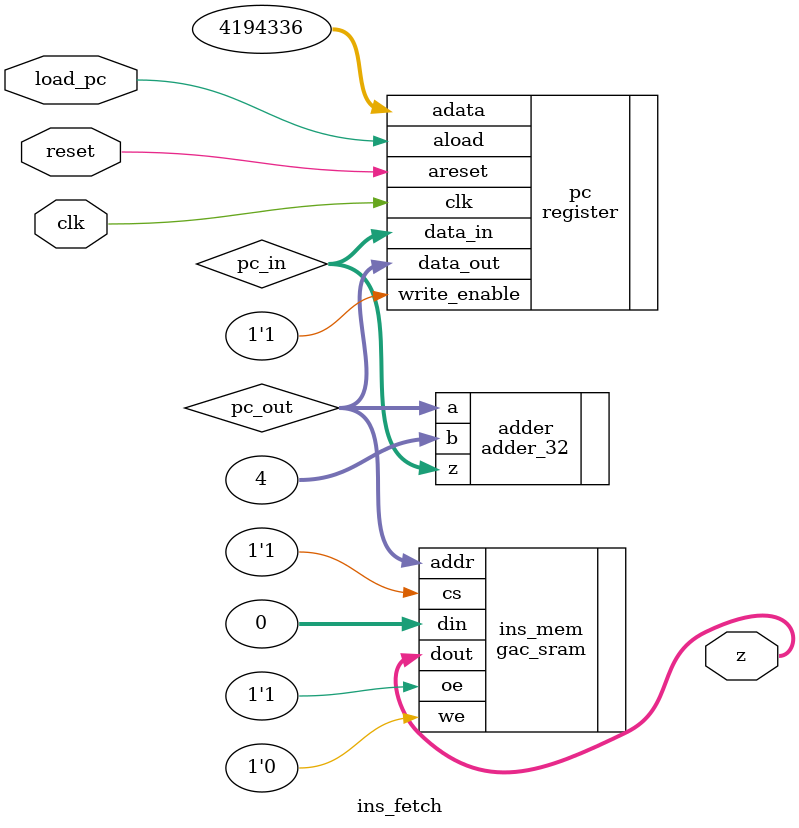
<source format=v>
`timescale 1ns/10ps


module ins_fetch(clk, reset, load_pc, z); //input: pc counter value; output: instruction

    // define a clock here

    parameter pc_start = 32'h00400020; //this is what we are given for init
    //input [31:0] pc_in;
    input clk, reset, load_pc;
    output wire [31:0] z;
    wire [31:0] pc_in, pc_out; // need a wire for the pc result

    register pc( // add a register to be the pc.
        .clk(clk), 
        .areset(reset), 
        .aload(load_pc), 
        .adata(pc_start), //reloads initial value when aload asserted
        .data_in(pc_in), // debug; final output is pc_in
        .write_enable(1'b1), // want to be able to write at end, always
        .data_out(pc_out) // debug; final value is pc_out
    );

    gac_sram #(.mem_file("data/bills_branch.dat")) ins_mem( // the instruction mem will be sram, no clock.
            .cs(1'b1), // always enable ops
            .oe(1'b1), // always read the ins mem
            .we(1'b0), // never write the ins mem 
            .addr(pc_out), // the address comes from pc
            .din(32'h00000000), // never write the ins mem
            .dout(z) // read out the instruction
    );

    adder_32 adder ( // this adder just increments the pc +4 every time
        .a(pc_out), 
        .b(32'h00000004), // constant 4 for incrementing
        .z(pc_in) // debug - final is pc_in
        );

endmodule //ins_fetch

</source>
